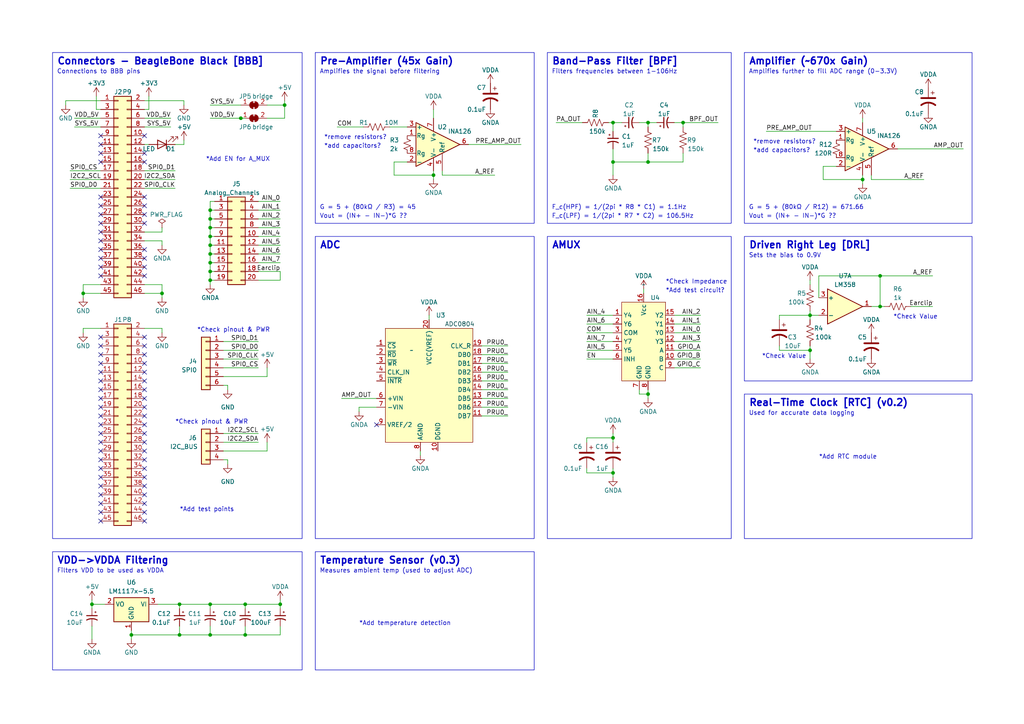
<source format=kicad_sch>
(kicad_sch (version 20230121) (generator eeschema)
  (paper "A4")
  (title_block (title "Quron Cape") (date "2024-11-20") (rev "0.1.2") (company "Martin McCorkle"))
  (junction (at 60.96 175.26))
  (junction (at 52.07 175.26))
  (junction (at 187.96 46.99))
  (junction (at 234.95 91.44))
  (junction (at 187.96 114.3))
  (junction (at 60.96 81.28))
  (junction (at 60.96 78.74))
  (junction (at 234.95 101.6))
  (junction (at 312.42 190.5))
  (junction (at 60.96 184.15))
  (junction (at 60.96 71.12))
  (junction (at 52.07 184.15))
  (junction (at 125.73 50.8))
  (junction (at 81.28 175.26))
  (junction (at 60.96 66.04))
  (junction (at 60.96 60.96))
  (junction (at 336.55 166.37))
  (junction (at 177.8 127))
  (junction (at 312.42 180.34))
  (junction (at 69.85 34.29))
  (junction (at 187.96 35.56))
  (junction (at 250.19 52.07))
  (junction (at 177.8 137.16))
  (junction (at 60.96 76.2))
  (junction (at 198.12 35.56))
  (junction (at 24.13 85.09))
  (junction (at 71.12 175.26))
  (junction (at 60.96 63.5))
  (junction (at 255.27 80.01))
  (junction (at 38.1 184.15))
  (junction (at 26.67 175.26))
  (junction (at 46.99 85.09))
  (junction (at 60.96 73.66))
  (junction (at 60.96 68.58))
  (junction (at 255.27 88.9))
  (junction (at 177.8 35.56))
  (junction (at 82.55 30.48))
  (junction (at 177.8 46.99))
  (junction (at 71.12 184.15))
  (no_connect (at 29.21 41.91))
  (no_connect (at 41.91 146.05))
  (no_connect (at 29.21 46.99))
  (no_connect (at 41.91 115.57))
  (no_connect (at 41.91 59.69))
  (no_connect (at 29.21 62.23))
  (no_connect (at 41.91 151.13))
  (no_connect (at 29.21 135.89))
  (no_connect (at 41.91 39.37))
  (no_connect (at 29.21 59.69))
  (no_connect (at 29.21 140.97))
  (no_connect (at 41.91 140.97))
  (no_connect (at 29.21 67.31))
  (no_connect (at 41.91 123.19))
  (no_connect (at 29.21 110.49))
  (no_connect (at 29.21 105.41))
  (no_connect (at 29.21 39.37))
  (no_connect (at 41.91 62.23))
  (no_connect (at 29.21 77.47))
  (no_connect (at 41.91 143.51))
  (no_connect (at 29.21 118.11))
  (no_connect (at 41.91 80.01))
  (no_connect (at 29.21 64.77))
  (no_connect (at 41.91 128.27))
  (no_connect (at 109.22 123.19))
  (no_connect (at 29.21 100.33))
  (no_connect (at 41.91 107.95))
  (no_connect (at 29.21 44.45))
  (no_connect (at 41.91 100.33))
  (no_connect (at 41.91 105.41))
  (no_connect (at 29.21 128.27))
  (no_connect (at 29.21 115.57))
  (no_connect (at 41.91 97.79))
  (no_connect (at 41.91 133.35))
  (no_connect (at 41.91 77.47))
  (no_connect (at 29.21 138.43))
  (no_connect (at 41.91 118.11))
  (no_connect (at 29.21 57.15))
  (no_connect (at 29.21 120.65))
  (no_connect (at 29.21 102.87))
  (no_connect (at 41.91 138.43))
  (no_connect (at 29.21 74.93))
  (no_connect (at 41.91 74.93))
  (no_connect (at 29.21 148.59))
  (no_connect (at 29.21 113.03))
  (no_connect (at 41.91 44.45))
  (no_connect (at 29.21 133.35))
  (no_connect (at 41.91 72.39))
  (no_connect (at 29.21 123.19))
  (no_connect (at 41.91 120.65))
  (no_connect (at 41.91 148.59))
  (no_connect (at 29.21 146.05))
  (no_connect (at 29.21 97.79))
  (no_connect (at 29.21 143.51))
  (no_connect (at 41.91 110.49))
  (no_connect (at 29.21 72.39))
  (no_connect (at 41.91 102.87))
  (no_connect (at 41.91 113.03))
  (no_connect (at 41.91 64.77))
  (no_connect (at 29.21 80.01))
  (no_connect (at 41.91 125.73))
  (no_connect (at 41.91 57.15))
  (no_connect (at 41.91 130.81))
  (no_connect (at 29.21 130.81))
  (no_connect (at 29.21 107.95))
  (no_connect (at 41.91 46.99))
  (no_connect (at 29.21 125.73))
  (no_connect (at 41.91 135.89))
  (no_connect (at 29.21 69.85))
  (no_connect (at 29.21 151.13))
  (wire (pts (xy 331.47 166.37) (xy 336.55 166.37)))
  (wire (pts (xy 195.58 104.14) (xy 203.2 104.14)))
  (wire (pts (xy 66.04 113.03) (xy 66.04 111.76)))
  (wire (pts (xy 139.7 113.03) (xy 147.32 113.03)))
  (wire (pts (xy 195.58 106.68) (xy 203.2 106.68)))
  (wire (pts (xy 46.99 66.04) (xy 46.99 67.31)))
  (wire (pts (xy 81.28 173.99) (xy 81.28 175.26)))
  (wire (pts (xy 177.8 91.44) (xy 170.18 91.44)))
  (wire (pts (xy 176.53 35.56) (xy 177.8 35.56)))
  (wire (pts (xy 38.1 182.88) (xy 38.1 184.15)))
  (wire (pts (xy 226.06 100.33) (xy 226.06 101.6)))
  (wire (pts (xy 125.73 49.53) (xy 125.73 50.8)))
  (wire (pts (xy 242.57 48.26) (xy 238.76 48.26)))
  (wire (pts (xy 71.12 34.29) (xy 69.85 34.29)))
  (wire (pts (xy 60.96 71.12) (xy 60.96 73.66)))
  (wire (pts (xy 74.93 66.04) (xy 81.28 66.04)))
  (wire (pts (xy 60.96 73.66) (xy 60.96 76.2)))
  (wire (pts (xy 60.96 71.12) (xy 62.23 71.12)))
  (wire (pts (xy 177.8 99.06) (xy 170.18 99.06)))
  (wire (pts (xy 114.3 50.8) (xy 125.73 50.8)))
  (wire (pts (xy 64.77 101.6) (xy 74.93 101.6)))
  (wire (pts (xy 177.8 93.98) (xy 170.18 93.98)))
  (wire (pts (xy 234.95 90.17) (xy 234.95 91.44)))
  (wire (pts (xy 226.06 91.44) (xy 234.95 91.44)))
  (wire (pts (xy 20.32 49.53) (xy 29.21 49.53)))
  (wire (pts (xy 113.03 36.83) (xy 118.11 36.83)))
  (wire (pts (xy 250.19 53.34) (xy 250.19 52.07)))
  (wire (pts (xy 52.07 175.26) (xy 52.07 176.53)))
  (wire (pts (xy 234.95 91.44) (xy 234.95 92.71)))
  (wire (pts (xy 50.8 41.91) (xy 53.34 41.91)))
  (wire (pts (xy 46.99 71.12) (xy 46.99 69.85)))
  (wire (pts (xy 24.13 96.52) (xy 24.13 95.25)))
  (wire (pts (xy 46.99 96.52) (xy 46.99 95.25)))
  (wire (pts (xy 177.8 125.73) (xy 177.8 127)))
  (wire (pts (xy 238.76 52.07) (xy 250.19 52.07)))
  (wire (pts (xy 41.91 52.07) (xy 50.8 52.07)))
  (wire (pts (xy 41.91 34.29) (xy 49.53 34.29)))
  (wire (pts (xy 346.71 175.26) (xy 356.87 175.26)))
  (wire (pts (xy 20.32 54.61) (xy 29.21 54.61)))
  (wire (pts (xy 312.42 180.34) (xy 312.42 181.61)))
  (wire (pts (xy 309.88 172.72) (xy 321.31 172.72)))
  (wire (pts (xy 170.18 96.52) (xy 177.8 96.52)))
  (wire (pts (xy 60.96 81.28) (xy 62.23 81.28)))
  (wire (pts (xy 19.05 30.48) (xy 19.05 29.21)))
  (wire (pts (xy 114.3 46.99) (xy 118.11 46.99)))
  (wire (pts (xy 60.96 76.2) (xy 62.23 76.2)))
  (wire (pts (xy 177.8 127) (xy 177.8 128.27)))
  (wire (pts (xy 60.96 60.96) (xy 62.23 60.96)))
  (wire (pts (xy 185.42 114.3) (xy 187.96 114.3)))
  (wire (pts (xy 177.8 50.8) (xy 177.8 46.99)))
  (wire (pts (xy 66.04 111.76) (xy 64.77 111.76)))
  (wire (pts (xy 234.95 81.28) (xy 234.95 82.55)))
  (wire (pts (xy 71.12 175.26) (xy 71.12 176.53)))
  (wire (pts (xy 222.25 38.1) (xy 242.57 38.1)))
  (wire (pts (xy 66.04 134.62) (xy 66.04 133.35)))
  (wire (pts (xy 71.12 184.15) (xy 81.28 184.15)))
  (wire (pts (xy 74.93 78.74) (xy 81.28 78.74)))
  (wire (pts (xy 185.42 35.56) (xy 187.96 35.56)))
  (wire (pts (xy 226.06 92.71) (xy 226.06 91.44)))
  (wire (pts (xy 60.96 184.15) (xy 71.12 184.15)))
  (wire (pts (xy 304.8 181.61) (xy 304.8 180.34)))
  (wire (pts (xy 270.51 80.01) (xy 255.27 80.01)))
  (wire (pts (xy 255.27 80.01) (xy 237.49 80.01)))
  (wire (pts (xy 252.73 50.8) (xy 252.73 52.07)))
  (wire (pts (xy 170.18 137.16) (xy 177.8 137.16)))
  (wire (pts (xy 170.18 135.89) (xy 170.18 137.16)))
  (wire (pts (xy 195.58 91.44) (xy 203.2 91.44)))
  (wire (pts (xy 60.96 68.58) (xy 60.96 71.12)))
  (wire (pts (xy 46.99 67.31) (xy 41.91 67.31)))
  (wire (pts (xy 195.58 99.06) (xy 203.2 99.06)))
  (wire (pts (xy 74.93 68.58) (xy 81.28 68.58)))
  (wire (pts (xy 38.1 184.15) (xy 38.1 185.42)))
  (wire (pts (xy 124.46 91.44) (xy 124.46 92.71)))
  (wire (pts (xy 187.96 35.56) (xy 190.5 35.56)))
  (wire (pts (xy 21.59 34.29) (xy 29.21 34.29)))
  (wire (pts (xy 336.55 165.1) (xy 336.55 166.37)))
  (wire (pts (xy 312.42 190.5) (xy 312.42 189.23)))
  (wire (pts (xy 139.7 110.49) (xy 147.32 110.49)))
  (wire (pts (xy 77.47 109.22) (xy 77.47 106.68)))
  (wire (pts (xy 177.8 35.56) (xy 180.34 35.56)))
  (wire (pts (xy 318.77 177.8) (xy 321.31 177.8)))
  (wire (pts (xy 64.77 128.27) (xy 74.93 128.27)))
  (wire (pts (xy 74.93 76.2) (xy 81.28 76.2)))
  (wire (pts (xy 177.8 35.56) (xy 177.8 38.1)))
  (wire (pts (xy 139.7 118.11) (xy 147.32 118.11)))
  (wire (pts (xy 74.93 63.5) (xy 81.28 63.5)))
  (wire (pts (xy 60.96 66.04) (xy 62.23 66.04)))
  (wire (pts (xy 170.18 104.14) (xy 177.8 104.14)))
  (wire (pts (xy 52.07 181.61) (xy 52.07 184.15)))
  (wire (pts (xy 121.92 130.81) (xy 121.92 132.08)))
  (wire (pts (xy 20.32 52.07) (xy 29.21 52.07)))
  (wire (pts (xy 260.35 43.18) (xy 279.4 43.18)))
  (wire (pts (xy 195.58 101.6) (xy 203.2 101.6)))
  (wire (pts (xy 64.77 130.81) (xy 77.47 130.81)))
  (wire (pts (xy 60.96 175.26) (xy 60.96 176.53)))
  (wire (pts (xy 139.7 105.41) (xy 147.32 105.41)))
  (wire (pts (xy 21.59 36.83) (xy 29.21 36.83)))
  (wire (pts (xy 198.12 35.56) (xy 198.12 36.83)))
  (wire (pts (xy 41.91 85.09) (xy 46.99 85.09)))
  (wire (pts (xy 71.12 175.26) (xy 60.96 175.26)))
  (wire (pts (xy 26.67 173.99) (xy 26.67 175.26)))
  (wire (pts (xy 187.96 35.56) (xy 187.96 36.83)))
  (wire (pts (xy 64.77 125.73) (xy 74.93 125.73)))
  (wire (pts (xy 128.27 50.8) (xy 143.51 50.8)))
  (wire (pts (xy 177.8 101.6) (xy 170.18 101.6)))
  (wire (pts (xy 346.71 177.8) (xy 356.87 177.8)))
  (wire (pts (xy 139.7 100.33) (xy 147.32 100.33)))
  (wire (pts (xy 234.95 100.33) (xy 234.95 101.6)))
  (wire (pts (xy 52.07 175.26) (xy 45.72 175.26)))
  (wire (pts (xy 74.93 73.66) (xy 81.28 73.66)))
  (wire (pts (xy 60.96 68.58) (xy 62.23 68.58)))
  (wire (pts (xy 74.93 60.96) (xy 81.28 60.96)))
  (wire (pts (xy 198.12 35.56) (xy 208.28 35.56)))
  (wire (pts (xy 234.95 91.44) (xy 237.49 91.44)))
  (wire (pts (xy 177.8 138.43) (xy 177.8 137.16)))
  (wire (pts (xy 264.16 88.9) (xy 270.51 88.9)))
  (wire (pts (xy 74.93 58.42) (xy 81.28 58.42)))
  (wire (pts (xy 170.18 128.27) (xy 170.18 127)))
  (wire (pts (xy 255.27 80.01) (xy 255.27 88.9)))
  (wire (pts (xy 64.77 106.68) (xy 74.93 106.68)))
  (wire (pts (xy 38.1 184.15) (xy 52.07 184.15)))
  (wire (pts (xy 177.8 43.18) (xy 177.8 46.99)))
  (wire (pts (xy 24.13 82.55) (xy 24.13 85.09)))
  (wire (pts (xy 81.28 81.28) (xy 81.28 78.74)))
  (wire (pts (xy 26.67 175.26) (xy 26.67 176.53)))
  (wire (pts (xy 41.91 82.55) (xy 46.99 82.55)))
  (wire (pts (xy 238.76 48.26) (xy 238.76 52.07)))
  (wire (pts (xy 318.77 180.34) (xy 318.77 177.8)))
  (wire (pts (xy 114.3 46.99) (xy 114.3 50.8)))
  (wire (pts (xy 53.34 29.21) (xy 41.91 29.21)))
  (wire (pts (xy 53.34 41.91) (xy 53.34 40.64)))
  (wire (pts (xy 104.14 119.38) (xy 104.14 118.11)))
  (wire (pts (xy 177.8 46.99) (xy 187.96 46.99)))
  (wire (pts (xy 60.96 175.26) (xy 52.07 175.26)))
  (wire (pts (xy 60.96 73.66) (xy 62.23 73.66)))
  (wire (pts (xy 77.47 34.29) (xy 82.55 34.29)))
  (wire (pts (xy 24.13 85.09) (xy 24.13 86.36)))
  (wire (pts (xy 187.96 44.45) (xy 187.96 46.99)))
  (wire (pts (xy 71.12 181.61) (xy 71.12 184.15)))
  (wire (pts (xy 41.91 36.83) (xy 49.53 36.83)))
  (wire (pts (xy 187.96 46.99) (xy 198.12 46.99)))
  (wire (pts (xy 346.71 172.72) (xy 356.87 172.72)))
  (wire (pts (xy 125.73 31.75) (xy 125.73 34.29)))
  (wire (pts (xy 19.05 29.21) (xy 29.21 29.21)))
  (wire (pts (xy 41.91 54.61) (xy 50.8 54.61)))
  (wire (pts (xy 185.42 113.03) (xy 185.42 114.3)))
  (wire (pts (xy 250.19 34.29) (xy 250.19 35.56)))
  (wire (pts (xy 60.96 30.48) (xy 69.85 30.48)))
  (wire (pts (xy 60.96 34.29) (xy 69.85 34.29)))
  (wire (pts (xy 60.96 60.96) (xy 60.96 63.5)))
  (wire (pts (xy 237.49 80.01) (xy 237.49 86.36)))
  (wire (pts (xy 198.12 44.45) (xy 198.12 46.99)))
  (wire (pts (xy 41.91 41.91) (xy 43.18 41.91)))
  (wire (pts (xy 177.8 137.16) (xy 177.8 135.89)))
  (wire (pts (xy 30.48 175.26) (xy 26.67 175.26)))
  (wire (pts (xy 60.96 63.5) (xy 62.23 63.5)))
  (wire (pts (xy 170.18 127) (xy 177.8 127)))
  (wire (pts (xy 312.42 191.77) (xy 312.42 190.5)))
  (wire (pts (xy 234.95 104.14) (xy 234.95 101.6)))
  (wire (pts (xy 81.28 175.26) (xy 71.12 175.26)))
  (wire (pts (xy 24.13 85.09) (xy 29.21 85.09)))
  (wire (pts (xy 304.8 189.23) (xy 304.8 190.5)))
  (wire (pts (xy 186.69 83.82) (xy 186.69 85.09)))
  (wire (pts (xy 41.91 49.53) (xy 50.8 49.53)))
  (wire (pts (xy 195.58 93.98) (xy 203.2 93.98)))
  (wire (pts (xy 312.42 179.07) (xy 312.42 180.34)))
  (wire (pts (xy 82.55 30.48) (xy 82.55 29.21)))
  (wire (pts (xy 139.7 115.57) (xy 147.32 115.57)))
  (wire (pts (xy 27.94 31.75) (xy 29.21 31.75)))
  (wire (pts (xy 46.99 95.25) (xy 41.91 95.25)))
  (wire (pts (xy 125.73 50.8) (xy 125.73 52.07)))
  (wire (pts (xy 43.18 27.94) (xy 43.18 31.75)))
  (wire (pts (xy 27.94 27.94) (xy 27.94 31.75)))
  (wire (pts (xy 53.34 30.48) (xy 53.34 29.21)))
  (wire (pts (xy 43.18 31.75) (xy 41.91 31.75)))
  (wire (pts (xy 336.55 166.37) (xy 336.55 167.64)))
  (wire (pts (xy 64.77 109.22) (xy 77.47 109.22)))
  (wire (pts (xy 135.89 41.91) (xy 151.13 41.91)))
  (wire (pts (xy 64.77 99.06) (xy 74.93 99.06)))
  (wire (pts (xy 104.14 118.11) (xy 109.22 118.11)))
  (wire (pts (xy 82.55 34.29) (xy 82.55 30.48)))
  (wire (pts (xy 187.96 114.3) (xy 187.96 115.57)))
  (wire (pts (xy 304.8 190.5) (xy 312.42 190.5)))
  (wire (pts (xy 195.58 35.56) (xy 198.12 35.56)))
  (wire (pts (xy 74.93 71.12) (xy 81.28 71.12)))
  (wire (pts (xy 74.93 81.28) (xy 81.28 81.28)))
  (wire (pts (xy 226.06 101.6) (xy 234.95 101.6)))
  (wire (pts (xy 64.77 104.14) (xy 74.93 104.14)))
  (wire (pts (xy 66.04 133.35) (xy 64.77 133.35)))
  (wire (pts (xy 77.47 30.48) (xy 82.55 30.48)))
  (wire (pts (xy 60.96 76.2) (xy 60.96 78.74)))
  (wire (pts (xy 139.7 120.65) (xy 147.32 120.65)))
  (wire (pts (xy 46.99 82.55) (xy 46.99 85.09)))
  (wire (pts (xy 24.13 95.25) (xy 29.21 95.25)))
  (wire (pts (xy 81.28 176.53) (xy 81.28 175.26)))
  (wire (pts (xy 46.99 69.85) (xy 41.91 69.85)))
  (wire (pts (xy 60.96 63.5) (xy 60.96 66.04)))
  (wire (pts (xy 29.21 82.55) (xy 24.13 82.55)))
  (wire (pts (xy 128.27 49.53) (xy 128.27 50.8)))
  (wire (pts (xy 331.47 167.64) (xy 331.47 166.37)))
  (wire (pts (xy 81.28 184.15) (xy 81.28 181.61)))
  (wire (pts (xy 161.29 35.56) (xy 168.91 35.56)))
  (wire (pts (xy 60.96 78.74) (xy 62.23 78.74)))
  (wire (pts (xy 139.7 107.95) (xy 147.32 107.95)))
  (wire (pts (xy 52.07 184.15) (xy 60.96 184.15)))
  (wire (pts (xy 195.58 96.52) (xy 203.2 96.52)))
  (wire (pts (xy 252.73 52.07) (xy 267.97 52.07)))
  (wire (pts (xy 252.73 88.9) (xy 255.27 88.9)))
  (wire (pts (xy 331.47 182.88) (xy 331.47 184.15)))
  (wire (pts (xy 187.96 113.03) (xy 187.96 114.3)))
  (wire (pts (xy 60.96 66.04) (xy 60.96 68.58)))
  (wire (pts (xy 46.99 85.09) (xy 46.99 86.36)))
  (wire (pts (xy 60.96 81.28) (xy 60.96 82.55)))
  (wire (pts (xy 60.96 58.42) (xy 62.23 58.42)))
  (wire (pts (xy 60.96 78.74) (xy 60.96 81.28)))
  (wire (pts (xy 139.7 102.87) (xy 147.32 102.87)))
  (wire (pts (xy 99.06 115.57) (xy 109.22 115.57)))
  (wire (pts (xy 60.96 58.42) (xy 60.96 60.96)))
  (wire (pts (xy 60.96 181.61) (xy 60.96 184.15)))
  (wire (pts (xy 250.19 50.8) (xy 250.19 52.07)))
  (wire (pts (xy 304.8 180.34) (xy 312.42 180.34)))
  (wire (pts (xy 26.67 181.61) (xy 26.67 185.42)))
  (wire (pts (xy 255.27 88.9) (xy 256.54 88.9)))
  (wire (pts (xy 77.47 130.81) (xy 77.47 128.27)))
  (wire (pts (xy 97.79 36.83) (xy 105.41 36.83)))
  (rectangle (start 91.44 68.58) (end 154.94 156.21))
  (rectangle (start 91.44 15.24) (end 154.94 64.77))
  (rectangle (start 215.9 114.3) (end 281.94 156.21))
  (rectangle (start 15.24 15.24) (end 87.63 156.21))
  (rectangle (start 215.9 68.58) (end 281.94 110.49))
  (rectangle (start 297.18 154.94) (end 363.22 196.85))
  (rectangle (start 215.9 15.24) (end 281.94 64.77))
  (rectangle (start 158.75 15.24) (end 212.09 64.77))
  (rectangle (start 190.5 222.25) (end 256.54 264.16))
  (rectangle (start 15.24 160.02) (end 87.63 194.31))
  (rectangle (start 158.75 68.58) (end 212.09 156.21))
  (rectangle (start 91.44 160.02) (end 154.94 194.31))
  (text "G = 5 + (80kΩ / R12) = 671.66" (at 217.17 60.96 0) (effects (font (size 1.27 1.27)) (justify left bottom)))
  (text "*add capacitors?" (at 218.44 44.45 0) (effects (font (size 1.27 1.27)) (justify left bottom)))
  (text "*Add test circuit?" (at 193.04 85.09 0) (effects (font (size 1.27 1.27)) (justify left bottom)))
  (text "*Check Value" (at 259.08 92.71 0) (effects (font (size 1.27 1.27)) (justify left bottom)))
  (text "Band-Pass Filter [BPF]" (at 160.02 19.05 0) (effects (font (size 2 2) (thickness 0.4) bold) (justify left bottom)))
  (text "Filters VDD to be used as VDDA" (at 16.51 166.37 0) (effects (font (size 1.27 1.27)) (justify left bottom)))
  (text "Connectors - BeagleBone Black [BBB]" (at 16.51 19.05 0) (effects (font (size 2 2) (thickness 0.4) bold) (justify left bottom)))
  (text "Vout = " (at 217.17 63.5 0) (effects (font (size 1.27 1.27)) (justify left bottom)))
  (text "12-bit Analog->Digital Converter [ADC]" (at 298.45 158.75 0) (effects (font (size 2 2) (thickness 0.4) bold) (justify left bottom)))
  (text "TBD" (at 191.77 228.6 0) (effects (font (size 1.27 1.27)) (justify left bottom)))
  (text "Used for accurate data logging" (at 217.17 120.65 0) (effects (font (size 1.27 1.27)) (justify left bottom)))
  (text "*remove resistors?" (at 218.44 41.91 0) (effects (font (size 1.27 1.27)) (justify left bottom)))
  (text "F_c(HPF) = 1/(2pi * R8 * C1) = 1.1Hz" (at 160.02 60.96 0) (effects (font (size 1.27 1.27)) (justify left bottom)))
  (text "Amplifies further to fill ADC range (0-3.3V)" (at 217.17 21.59 0) (effects (font (size 1.27 1.27)) (justify left bottom)))
  (text "Driven Right Leg [DRL]" (at 217.17 72.39 0) (effects (font (size 2 2) (thickness 0.4) bold) (justify left bottom)))
  (text "(IN+ - IN-)*G ??" (at 100.33 63.5 0) (effects (font (size 1.27 1.27)) (justify left bottom)))
  (text "*Add RTC module" (at 237.49 133.35 0) (effects (font (size 1.27 1.27)) (justify left bottom)))
  (text "ADC" (at 92.71 72.39 0) (effects (font (size 2 2) (thickness 0.4) bold) (justify left bottom)))
  (text "AMUX" (at 160.02 72.39 0) (effects (font (size 2 2) (thickness 0.4) bold) (justify left bottom)))
  (text "Amplifier (~670x Gain)" (at 217.17 19.05 0) (effects (font (size 2 2) (thickness 0.4) bold) (justify left bottom)))
  (text "*Pullup resistors?" (at 335.28 190.5 0) (effects (font (size 1.27 1.27)) (justify left bottom)))
  (text "*Check Value" (at 220.98 104.14 0) (effects (font (size 1.27 1.27)) (justify left bottom)))
  (text "*Check pinout & PWR" (at 50.8 123.19 0) (effects (font (size 1.27 1.27)) (justify left bottom)))
  (text "*Double check VREF" (at 335.28 193.04 0) (effects (font (size 1.27 1.27)) (justify left bottom)))
  (text "F_c(LPF) = 1/(2pi * R7 * C2) = 106.5Hz" (at 160.02 63.5 0) (effects (font (size 1.27 1.27)) (justify left bottom)))
  (text "Measures ambient temp (used to adjust ADC)" (at 92.71 166.37 0) (effects (font (size 1.27 1.27)) (justify left bottom)))
  (text "Converts Analog to Serial (SPI)" (at 298.45 161.29 0) (effects (font (size 1.27 1.27)) (justify left bottom)))
  (text "Accelerometer (v0.3)" (at 191.77 226.06 0) (effects (font (size 2 2) (thickness 0.4) bold) (justify left bottom)))
  (text "Amplifies the signal before filtering" (at 92.71 21.59 0) (effects (font (size 1.27 1.27)) (justify left bottom)))
  (text "Connections to BBB pins" (at 16.51 21.59 0) (effects (font (size 1.27 1.27)) (justify left bottom)))
  (text "*Check Impedance" (at 193.04 82.55 0) (effects (font (size 1.27 1.27)) (justify left bottom)))
  (text "*Add EN for A_MUX" (at 59.69 46.99 0) (effects (font (size 1.27 1.27)) (justify left bottom)))
  (text "*add capacitors?" (at 93.98 43.18 0) (effects (font (size 1.27 1.27)) (justify left bottom)))
  (text "Filters frequencies between 1-106Hz" (at 160.02 21.59 0) (effects (font (size 1.27 1.27)) (justify left bottom)))
  (text "(IN+ - IN-)*G ??" (at 224.79 63.5 0) (effects (font (size 1.27 1.27)) (justify left bottom)))
  (text "Sets the bias to 0.9V" (at 217.17 74.93 0) (effects (font (size 1.27 1.27)) (justify left bottom)))
  (text "VDD->VDDA Filtering" (at 16.51 163.83 0) (effects (font (size 2 2) (thickness 0.4) bold) (justify left bottom)))
  (text "G = 5 + (80kΩ / R3) = 45" (at 92.71 60.96 0) (effects (font (size 1.27 1.27)) (justify left bottom)))
  (text "Vout = " (at 92.71 63.5 0) (effects (font (size 1.27 1.27)) (justify left bottom)))
  (text "Pre-Amplifier (45x Gain)" (at 92.71 19.05 0) (effects (font (size 2 2) (thickness 0.4) bold) (justify left bottom)))
  (text "Real-Time Clock [RTC] (v0.2)" (at 217.17 118.11 0) (effects (font (size 2 2) (thickness 0.4) bold) (justify left bottom)))
  (text "*Add temperature detection" (at 104.14 181.61 0) (effects (font (size 1.27 1.27)) (justify left bottom)))
  (text "*Add the MPU6050 or LMS9DOF IMUs" (at 204.47 243.84 0) (effects (font (size 1.27 1.27)) (justify left bottom)))
  (text "*remove resistors?" (at 93.98 40.64 0) (effects (font (size 1.27 1.27)) (justify left bottom)))
  (text "*Add test points" (at 52.07 148.59 0) (effects (font (size 1.27 1.27)) (justify left bottom)))
  (text "Temperature Sensor (v0.3)" (at 92.71 163.83 0) (effects (font (size 2 2) (thickness 0.4) bold) (justify left bottom)))
  (text "*Check pinout & PWR" (at 57.15 96.52 0) (effects (font (size 1.27 1.27)) (justify left bottom)))
  (text "*Select proper Dout pin" (at 335.28 195.58 0) (effects (font (size 1.27 1.27)) (justify left bottom)))
  (label "I2C2_SDA" (at 50.8 52.07 180))
  (label "GPIO_C" (at 203.2 106.68 180))
  (label "AIN_7" (at 170.18 99.06 0))
  (label "AIN_3" (at 81.28 66.04 180))
  (label "COM" (at 97.79 36.83 0))
  (label "PRU0_" (at 147.32 118.11 180))
  (label "PRU0_" (at 147.32 110.49 180))
  (label "GPIO_B" (at 203.2 104.14 180))
  (label "AIN_2" (at 81.28 63.5 180))
  (label "A_REF" (at 267.97 52.07 180))
  (label "AIN_0" (at 203.2 96.52 180))
  (label "PRU0_" (at 147.32 120.65 180))
  (label "AIN_6" (at 170.18 93.98 0))
  (label "SPI0_D0" (at 20.32 54.61 0))
  (label "SPI0_CLK" (at 356.87 172.72 180))
  (label "AIN_5" (at 170.18 101.6 0))
  (label "A_REF" (at 270.51 80.01 180))
  (label "COM" (at 170.18 96.52 0))
  (label "GPIO_A" (at 203.2 101.6 180))
  (label "PRU0_" (at 147.32 105.41 180))
  (label "PRU0_" (at 147.32 100.33 180))
  (label "AIN_4" (at 81.28 68.58 180))
  (label "PRU0_" (at 147.32 113.03 180))
  (label "AMP_OUT" (at 309.88 172.72 0))
  (label "PRU0_" (at 147.32 107.95 180))
  (label "AIN_2" (at 203.2 91.44 180))
  (label "VDD_5V" (at 49.53 34.29 180))
  (label "AIN_5" (at 81.28 71.12 180))
  (label "VDD_5V" (at 60.96 34.29 0))
  (label "SPI0_D1" (at 50.8 49.53 180))
  (label "AMP_OUT" (at 99.06 115.57 0))
  (label "I2C2_SCL" (at 20.32 52.07 0))
  (label "SPI0_CS" (at 20.32 49.53 0))
  (label "AIN_6" (at 81.28 73.66 180))
  (label "AIN_3" (at 203.2 99.06 180))
  (label "PRU0_" (at 147.32 115.57 180))
  (label "PA_OUT" (at 161.29 35.56 0))
  (label "I2C2_SDA" (at 74.93 128.27 180))
  (label "Earclip" (at 81.28 78.74 180))
  (label "AMP_OUT" (at 279.4 43.18 180))
  (label "Earclip" (at 270.51 88.9 180))
  (label "EN" (at 170.18 104.14 0))
  (label "SYS_5V" (at 49.53 36.83 180))
  (label "SPI0_CS" (at 356.87 177.8 180))
  (label "I2C2_SCL" (at 74.93 125.73 180))
  (label "SYS_5V" (at 60.96 30.48 0))
  (label "SPI0_D1" (at 74.93 99.06 180))
  (label "VDD_5V" (at 21.59 34.29 0))
  (label "PRE_AMP_OUT" (at 151.13 41.91 180))
  (label "SPI0_CLK" (at 50.8 54.61 180))
  (label "PRE_AMP_OUT" (at 222.25 38.1 0))
  (label "A_REF" (at 143.51 50.8 180))
  (label "BPF_OUT" (at 208.28 35.56 180))
  (label "SPI0_D0" (at 74.93 101.6 180))
  (label "AIN_1" (at 203.2 93.98 180))
  (label "SPI0_CLK" (at 74.93 104.14 180))
  (label "AIN_7" (at 81.28 76.2 180))
  (label "AIN_0" (at 81.28 58.42 180))
  (label "SPI0_CS" (at 74.93 106.68 180))
  (label "PRU0_" (at 147.32 102.87 180))
  (label "AIN_1" (at 81.28 60.96 180))
  (label "SYS_5V" (at 21.59 36.83 0))
  (label "AIN_4" (at 170.18 91.44 0))
  (symbol (lib_id "power:GNDA") (at 177.8 138.43 0) (unit 1)
    (property "Reference" "#PWR020" (effects hide))
    (property "Value" "GNDA" (at 177.8 142.24 0))
  )
  (symbol (lib_id "power:GNDA") (at 26.67 185.42 0) (mirror y) (unit 1)
    (property "Reference" "#PWR044" (effects hide))
    (property "Value" "GNDA" (at 26.67 189.23 0))
  )
  (symbol (lib_id "power:GND") (at 24.13 96.52 0) (unit 1)
    (property "Reference" "#PWR012" (effects hide))
    (property "Value" "GND" (at 24.13 100.33 0))
  )
  (symbol (lib_id "power:+5V") (at 77.47 128.27 0) (unit 1)
    (property "Reference" "#PWR014" (effects hide))
    (property "Value" "+5V" (at 77.47 124.46 0))
  )
  (symbol (lib_id "Jumper:SolderJumper_2_Bridged") (at 73.66 34.29 0) (unit 1)
    (property "Reference" "JP6" (at 71.12 36.83 0))
    (property "Value" "bridge" (at 76.2 36.83 0))
  )
  (symbol (lib_id "Device:C_Polarized_US") (at 170.18 132.08 0) (mirror y) (unit 1)
    (property "Reference" "C6" (at 168.91 129.54 0) (effects (justify left)))
    (property "Value" "0.1uF" (at 168.91 135.89 0) (effects (justify left)))
  )
  (symbol (lib_id "Device:C_Polarized_Small_US") (at 60.96 179.07 0) (mirror y) (unit 1)
    (property "Reference" "C11" (at 58.42 178.0032 0) (effects (justify left)))
    (property "Value" "1uF" (at 58.42 180.5432 0) (effects (justify left)))
  )
  (symbol (lib_id "power:GND") (at 53.34 30.48 0) (unit 1)
    (property "Reference" "#PWR02" (effects hide))
    (property "Value" "GND" (at 53.34 34.29 0))
  )
  (symbol (lib_id "Device:R_Small_US") (at 242.57 43.18 0) (unit 1)
    (property "Reference" "R12" (at 237.49 41.91 0) (effects (justify left)))
    (property "Value" "120R" (at 236.22 44.45 0) (effects (justify left)))
  )
  (symbol (lib_id "power:+5V") (at 53.34 40.64 0) (unit 1)
    (property "Reference" "#PWR06" (effects hide))
    (property "Value" "+5V" (at 53.34 36.83 0))
  )
  (symbol (lib_id "Amplifier_Instrumentation:INA128") (at 250.19 43.18 0) (unit 1)
    (property "Reference" "U5" (at 252.73 38.1 0))
    (property "Value" "INA126" (at 257.81 39.37 0))
    (property "Datasheet" "http://www.ti.com/lit/ds/symlink/ina128.pdf" (effects hide))
  )
  (symbol (lib_id "Device:C_Polarized_US") (at 142.24 27.94 0) (mirror y) (unit 1)
    (property "Reference" "C7" (at 140.97 25.4 0) (effects (justify left)))
    (property "Value" "0.1uF" (at 140.97 31.75 0) (effects (justify left)))
  )
  (symbol (lib_id "power:GND") (at 66.04 134.62 0) (unit 1)
    (property "Reference" "#PWR013" (effects hide))
    (property "Value" "GND" (at 66.04 139.7 0))
  )
  (symbol (lib_id "Device:C_Polarized_US") (at 269.24 29.21 0) (mirror y) (unit 1)
    (property "Reference" "C8" (at 267.97 26.67 0) (effects (justify left)))
    (property "Value" "0.1uF" (at 267.97 33.02 0) (effects (justify left)))
  )
  (symbol (lib_id "Connector_Generic:Conn_02x23_Odd_Even") (at 34.29 57.15 0) (unit 1)
    (property "Reference" "J2" (at 34.29 26.67 0))
    (property "Value" "P9" (at 36.83 26.67 0))
  )
  (symbol (lib_id "Device:R_US") (at 198.12 40.64 0) (unit 1)
    (property "Reference" "R9" (at 201.93 40.64 0) (effects (justify right)))
    (property "Value" "150k" (at 199.39 43.18 0) (effects (justify left)))
  )
  (symbol (lib_id "power:GNDA") (at 269.24 33.02 0) (unit 1)
    (property "Reference" "#PWR033" (effects hide))
    (property "Value" "GNDA" (at 269.24 36.83 0))
  )
  (symbol (lib_id "power:GNDA") (at 250.19 53.34 0) (unit 1)
    (property "Reference" "#PWR036" (effects hide))
    (property "Value" "GNDA" (at 250.19 57.15 0))
  )
  (symbol (lib_id "power:VDDA") (at 186.69 83.82 0) (unit 1)
    (property "Reference" "#PWR027" (effects hide))
    (property "Value" "VDDA" (at 186.69 80.01 0))
  )
  (symbol (lib_id "Device:LED") (at 46.99 41.91 180) (unit 1)
    (property "Reference" "D1" (at 49.53 43.18 0))
    (property "Value" "LED" (at 43.18 43.18 0))
  )
  (symbol (lib_id "Device:C_Polarized_Small_US") (at 26.67 179.07 0) (mirror y) (unit 1)
    (property "Reference" "C14" (at 24.13 178.0032 0) (effects (justify left)))
    (property "Value" "10uF" (at 24.13 180.5432 0) (effects (justify left)))
  )
  (symbol (lib_id "power:GNDA") (at 318.77 180.34 0) (unit 1)
    (property "Reference" "#PWR021" (effects hide))
    (property "Value" "GNDA" (at 318.77 184.15 0))
  )
  (symbol (lib_id "power:VDDA") (at 177.8 125.73 0) (unit 1)
    (property "Reference" "#PWR018" (effects hide))
    (property "Value" "VDDA" (at 177.8 121.92 0))
  )
  (symbol (lib_id "power:+5V") (at 26.67 173.99 0) (unit 1)
    (property "Reference" "#PWR038" (effects hide))
    (property "Value" "+5V" (at 26.67 170.18 0))
  )
  (symbol (lib_id "power:GND") (at 19.05 30.48 0) (unit 1)
    (property "Reference" "#PWR03" (effects hide))
    (property "Value" "GND" (at 19.05 34.29 0))
  )
  (symbol (lib_id "power:PWR_FLAG") (at 46.99 66.04 0) (unit 1)
    (property "Reference" "#FLG01" (effects hide))
    (property "Value" "PWR_FLAG" (at 48.26 62.23 0))
  )
  (symbol (lib_id "power:+3V3") (at 27.94 27.94 0) (unit 1)
    (property "Reference" "#PWR04" (effects hide))
    (property "Value" "+3V3" (at 27.94 24.13 0))
  )
  (symbol (lib_id "power:VDDA") (at 142.24 24.13 0) (unit 1)
    (property "Reference" "#PWR030" (effects hide))
    (property "Value" "VDDA" (at 142.24 20.32 0))
  )
  (symbol (lib_id "power:VDDA") (at 336.55 165.1 0) (unit 1)
    (property "Reference" "#PWR07" (effects hide))
    (property "Value" "VDDA" (at 336.55 161.29 0))
  )
  (symbol (lib_id "Device:R_US") (at 234.95 96.52 0) (mirror x) (unit 1)
    (property "Reference" "R4" (at 238.76 95.25 0) (effects (justify right)))
    (property "Value" "100k" (at 241.3 97.79 0) (effects (justify right)))
  )
  (symbol (lib_id "Device:C_Polarized_Small_US") (at 71.12 179.07 0) (mirror y) (unit 1)
    (property "Reference" "C10" (at 68.58 178.0032 0) (effects (justify left)))
    (property "Value" "10uF" (at 68.58 180.5432 0) (effects (justify left)))
  )
  (symbol (lib_id "power:VDDA") (at 252.73 96.52 0) (unit 1)
    (property "Reference" "#PWR022" (effects hide))
    (property "Value" "VDDA" (at 252.73 92.71 0))
  )
  (symbol (lib_id "Custom_Lib:SN74LV4051A") (at 186.69 99.06 0) (unit 1)
    (property "Reference" "U4" (at 188.6459 86.36 0) (effects (justify left)))
    (property "Value" "~" (at 186.69 82.55 0))
  )
  (symbol (lib_id "Device:R_US") (at 234.95 86.36 180) (unit 1)
    (property "Reference" "R5" (at 231.14 85.09 0) (effects (justify right)))
    (property "Value" "100k" (at 228.6 87.63 0) (effects (justify right)))
  )
  (symbol (lib_id "Device:C_Polarized_US") (at 304.8 185.42 0) (mirror y) (unit 1)
    (property "Reference" "C9" (at 303.53 182.88 0) (effects (justify left)))
    (property "Value" "10uF" (at 303.53 189.23 0) (effects (justify left)))
  )
  (symbol (lib_id "power:VDDA") (at 250.19 34.29 0) (unit 1)
    (property "Reference" "#PWR035" (effects hide))
    (property "Value" "VDDA" (at 250.19 30.48 0))
  )
  (symbol (lib_id "Device:C_Polarized_Small_US") (at 81.28 179.07 0) (mirror y) (unit 1)
    (property "Reference" "C13" (at 78.74 178.0032 0) (effects (justify left)))
    (property "Value" "100uF" (at 78.74 180.5432 0) (effects (justify left)))
  )
  (symbol (lib_id "power:+3V3") (at 43.18 27.94 0) (unit 1)
    (property "Reference" "#PWR05" (effects hide))
    (property "Value" "+3V3" (at 43.18 24.13 0))
  )
  (symbol (lib_id "power:GNDA") (at 312.42 191.77 0) (unit 1)
    (property "Reference" "#PWR034" (effects hide))
    (property "Value" "GNDA" (at 312.42 195.58 0))
  )
  (symbol (lib_id "power:VDDA") (at 312.42 179.07 0) (unit 1)
    (property "Reference" "#PWR015" (effects hide))
    (property "Value" "VDDA" (at 312.42 175.26 0))
  )
  (symbol (lib_id "Amplifier_Operational:LM358") (at 245.11 88.9 0) (unit 1)
    (property "Reference" "U7" (at 245.11 80.01 0))
    (property "Value" "LM358" (at 245.11 82.55 0))
    (property "Datasheet" "http://www.ti.com/lit/ds/symlink/lm2904-n.pdf" (effects hide))
  )
  (symbol (lib_id "Device:C_Polarized_Small_US") (at 182.88 35.56 90) (unit 1)
    (property "Reference" "C2" (at 182.4482 30.48 90))
    (property "Value" "1uF" (at 182.4482 33.02 90))
  )
  (symbol (lib_id "power:GNDA") (at 177.8 50.8 0) (unit 1)
    (property "Reference" "#PWR023" (effects hide))
    (property "Value" "GNDA" (at 177.8 54.61 0))
  )
  (symbol (lib_id "Device:C_Polarized_Small_US") (at 193.04 35.56 90) (unit 1)
    (property "Reference" "C4" (at 192.6082 30.48 90))
    (property "Value" "1uF" (at 192.6082 33.02 90))
  )
  (symbol (lib_id "power:GND") (at 46.99 86.36 0) (unit 1)
    (property "Reference" "#PWR09" (effects hide))
    (property "Value" "GND" (at 46.99 90.17 0))
  )
  (symbol (lib_id "power:GNDA") (at 60.96 82.55 0) (unit 1)
    (property "Reference" "#PWR029" (effects hide))
    (property "Value" "GNDA" (at 60.96 86.36 0))
  )
  (symbol (lib_id "Connector_Generic:Conn_02x10_Odd_Even") (at 67.31 68.58 0) (unit 1)
    (property "Reference" "J5" (at 68.58 53.34 0))
    (property "Value" "Analog_Channels" (at 67.31 55.88 0))
  )
  (symbol (lib_id "Regulator_Linear:LM1117T-3.3") (at 38.1 175.26 0) (mirror y) (unit 1)
    (property "Reference" "U6" (at 38.1 168.91 0))
    (property "Value" "LM1117x-5.5" (at 38.1 171.45 0))
    (property "Footprint" "Package_TO_SOT_THT:TO-220-3_Horizontal_TabDown" (effects hide))
    (property "Datasheet" "http://www.ti.com/lit/ds/symlink/lm1117.pdf" (effects hide))
  )
  (symbol (lib_id "Amplifier_Instrumentation:INA128") (at 125.73 41.91 0) (unit 1)
    (property "Reference" "U2" (at 128.27 36.83 0))
    (property "Value" "INA126" (at 133.35 38.1 0))
    (property "Datasheet" "http://www.ti.com/lit/ds/symlink/ina128.pdf" (effects hide))
  )
  (symbol (lib_id "power:GNDA") (at 234.95 104.14 0) (unit 1)
    (property "Reference" "#PWR026" (effects hide))
    (property "Value" "GNDA" (at 234.95 107.95 0))
  )
  (symbol (lib_id "power:+5V") (at 77.47 106.68 0) (unit 1)
    (property "Reference" "#PWR040" (effects hide))
    (property "Value" "+5V" (at 77.47 102.87 0))
  )
  (symbol (lib_id "Connector_Generic:Conn_02x23_Odd_Even") (at 34.29 123.19 0) (unit 1)
    (property "Reference" "J1" (at 34.29 92.71 0))
    (property "Value" "P8" (at 36.83 92.71 0))
  )
  (symbol (lib_id "power:GNDA") (at 104.14 119.38 0) (unit 1)
    (property "Reference" "#PWR045" (effects hide))
    (property "Value" "GNDA" (at 104.14 123.19 0))
  )
  (symbol (lib_id "power:VDDA") (at 234.95 81.28 0) (unit 1)
    (property "Reference" "#PWR025" (effects hide))
    (property "Value" "VDDA" (at 234.95 77.47 0))
  )
  (symbol (lib_id "Device:C_Polarized_US") (at 177.8 132.08 0) (mirror y) (unit 1)
    (property "Reference" "C16" (at 176.53 129.54 0) (effects (justify left)))
    (property "Value" "1uF" (at 176.53 135.89 0) (effects (justify left)))
  )
  (symbol (lib_id "power:GNDA") (at 331.47 184.15 0) (unit 1)
    (property "Reference" "#PWR019" (effects hide))
    (property "Value" "GNDA" (at 331.47 187.96 0))
  )
  (symbol (lib_id "power:GND") (at 46.99 96.52 0) (unit 1)
    (property "Reference" "#PWR011" (effects hide))
    (property "Value" "GND" (at 46.99 100.33 0))
  )
  (symbol (lib_id "power:GNDA") (at 252.73 104.14 0) (unit 1)
    (property "Reference" "#PWR024" (effects hide))
    (property "Value" "GNDA" (at 252.73 107.95 0))
  )
  (symbol (lib_id "Device:R_US") (at 172.72 35.56 270) (unit 1)
    (property "Reference" "R8" (at 172.72 34.29 0) (effects (justify right)))
    (property "Value" "150k" (at 170.815 38.1 90) (effects (justify left)))
  )
  (symbol (lib_id "power:GND") (at 38.1 185.42 0) (mirror y) (unit 1)
    (property "Reference" "#PWR042" (effects hide))
    (property "Value" "GND" (at 38.1 189.23 0))
  )
  (symbol (lib_id "power:GNDA") (at 125.73 52.07 0) (unit 1)
    (property "Reference" "#PWR017" (effects hide))
    (property "Value" "GNDA" (at 125.73 55.88 0))
  )
  (symbol (lib_id "power:GND") (at 24.13 86.36 0) (unit 1)
    (property "Reference" "#PWR010" (effects hide))
    (property "Value" "GND" (at 24.13 90.17 0))
  )
  (symbol (lib_id "power:GNDA") (at 46.99 71.12 0) (unit 1)
    (property "Reference" "#PWR08" (effects hide))
    (property "Value" "GNDA" (at 46.99 74.93 0))
  )
  (symbol (lib_id "Device:R_US") (at 260.35 88.9 90) (unit 1)
    (property "Reference" "R6" (at 260.35 83.82 90))
    (property "Value" "1k" (at 260.35 86.36 90))
  )
  (symbol (lib_id "power:GNDA") (at 187.96 115.57 0) (unit 1)
    (property "Reference" "#PWR028" (effects hide))
    (property "Value" "GNDA" (at 187.96 119.38 0))
  )
  (symbol (lib_id "Device:C_Polarized_Small_US") (at 177.8 40.64 0) (unit 1)
    (property "Reference" "C1" (at 180.34 39.5732 0) (effects (justify left)))
    (property "Value" "1uF" (at 180.34 42.1132 0) (effects (justify left)))
  )
  (symbol (lib_id "power:VDDA") (at 125.73 31.75 0) (unit 1)
    (property "Reference" "#PWR016" (effects hide))
    (property "Value" "VDDA" (at 125.73 27.94 0))
  )
  (symbol (lib_id "Device:R_US") (at 187.96 40.64 0) (unit 1)
    (property "Reference" "R7" (at 191.77 40.64 0) (effects (justify right)))
    (property "Value" "150k" (at 189.23 43.18 0) (effects (justify left)))
  )
  (symbol (lib_id "Device:C_Polarized_US") (at 312.42 185.42 0) (mirror y) (unit 1)
    (property "Reference" "C15" (at 311.15 182.88 0) (effects (justify left)))
    (property "Value" "1uF" (at 311.15 189.23 0) (effects (justify left)))
  )
  (symbol (lib_id "Jumper:SolderJumper_2_Bridged") (at 73.66 30.48 0) (mirror x) (unit 1)
    (property "Reference" "JP5" (at 71.12 27.94 0))
    (property "Value" "bridge" (at 76.2 27.94 0))
  )
  (symbol (lib_id "power:VDDA") (at 81.28 173.99 0) (mirror y) (unit 1)
    (property "Reference" "#PWR037" (effects hide))
    (property "Value" "VDDA" (at 81.28 170.18 0))
  )
  (symbol (lib_id "Device:C_Polarized_US") (at 226.06 96.52 0) (mirror y) (unit 1)
    (property "Reference" "C3" (at 231.14 97.79 0) (effects (justify left)))
    (property "Value" "10uF" (at 232.41 100.33 0) (effects (justify left)))
  )
  (symbol (lib_id "power:+5V") (at 82.55 29.21 0) (unit 1)
    (property "Reference" "#PWR01" (effects hide))
    (property "Value" "+5V" (at 82.55 25.4 0))
  )
  (symbol (lib_id "Analog_ADC:MCP3201") (at 334.01 175.26 0) (unit 1)
    (property "Reference" "U1" (at 333.4259 182.88 0) (effects (justify left)))
    (property "Value" "MCP3201" (at 336.55 182.88 0) (effects (justify left)))
    (property "Datasheet" "http://ww1.microchip.com/downloads/en/DeviceDoc/21290D.pdf" (effects hide))
  )
  (symbol (lib_id "Custom_Lib:ADC0804") (at 124.46 116.84 0) (unit 1)
    (property "Reference" "U3" (at 126.4159 91.44 0) (effects (justify left)))
    (property "Value" "~" (at 119.38 101.6 0))
  )
  (symbol (lib_id "power:GNDA") (at 142.24 31.75 0) (unit 1)
    (property "Reference" "#PWR031" (effects hide))
    (property "Value" "GNDA" (at 142.24 35.56 0))
  )
  (symbol (lib_id "Device:C_Polarized_Small_US") (at 52.07 179.07 0) (mirror y) (unit 1)
    (property "Reference" "C12" (at 49.53 178.0032 0) (effects (justify left)))
    (property "Value" "0.1uF" (at 49.53 180.5432 0) (effects (justify left)))
  )
  (symbol (lib_id "Device:R_Small_US") (at 118.11 41.91 0) (unit 1)
    (property "Reference" "R3" (at 113.03 40.64 0) (effects (justify left)))
    (property "Value" "2k" (at 113.03 43.18 0) (effects (justify left)))
  )
  (symbol (lib_id "power:GND") (at 66.04 113.03 0) (unit 1)
    (property "Reference" "#PWR039" (effects hide))
    (property "Value" "GND" (at 66.04 118.11 0))
  )
  (symbol (lib_id "power:VDDA") (at 269.24 25.4 0) (unit 1)
    (property "Reference" "#PWR032" (effects hide))
    (property "Value" "VDDA" (at 269.24 21.59 0))
  )
  (symbol (lib_id "Device:C_Polarized_US") (at 252.73 100.33 0) (mirror y) (unit 1)
    (property "Reference" "C5" (at 251.46 97.79 0) (effects (justify left)))
    (property "Value" "0.1uF" (at 251.46 104.14 0) (effects (justify left)))
  )
  (symbol (lib_id "Connector_Generic:Conn_01x04") (at 59.69 128.27 0) (mirror y) (unit 1)
    (property "Reference" "J6" (at 55.88 127 0))
    (property "Value" "I2C_BUS" (at 53.34 129.54 0))
  )
  (symbol (lib_id "power:VDDA") (at 124.46 91.44 0) (unit 1)
    (property "Reference" "#PWR043" (effects hide))
    (property "Value" "VDDA" (at 124.46 87.63 0))
  )
  (symbol (lib_id "power:GNDA") (at 121.92 132.08 0) (unit 1)
    (property "Reference" "#PWR041" (effects hide))
    (property "Value" "GNDA" (at 121.92 135.89 0))
  )
  (symbol (lib_id "Connector_Generic:Conn_01x06") (at 59.69 104.14 0) (mirror y) (unit 1)
    (property "Reference" "J4" (at 57.15 104.775 0) (effects (justify left)))
    (property "Value" "SPI0" (at 57.15 107.315 0) (effects (justify left)))
  )
  (symbol (lib_id "Device:R_US") (at 109.22 36.83 90) (unit 1)
    (property "Reference" "R1" (at 104.14 35.56 90) (effects (justify right)))
    (property "Value" "10M" (at 115.57 35.56 90) (effects (justify left)))
  )
)
</source>
